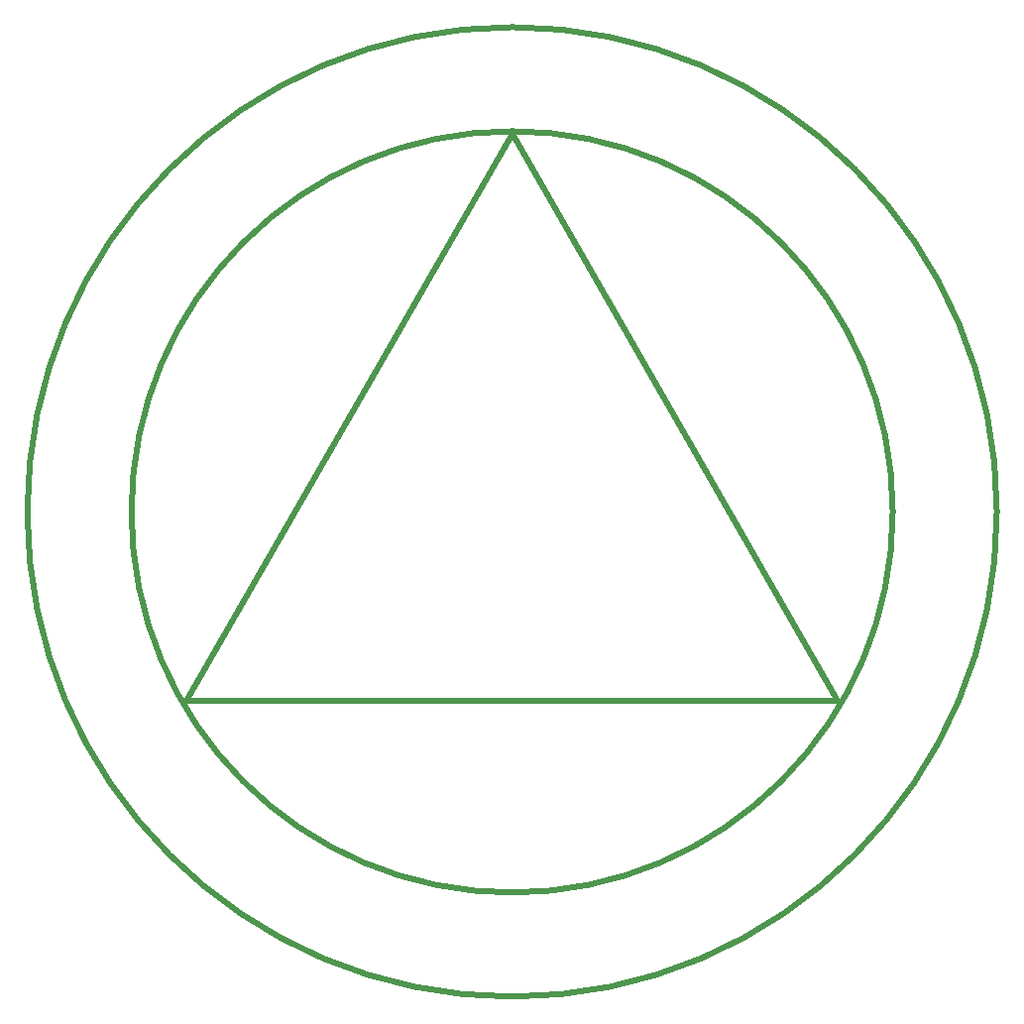
<source format=gbr>
G04 #@! TF.GenerationSoftware,KiCad,Pcbnew,(5.1.5)-3*
G04 #@! TF.CreationDate,2020-06-18T20:37:17+02:00*
G04 #@! TF.ProjectId,psithemius_top,70736974-6865-46d6-9975-735f746f702e,12*
G04 #@! TF.SameCoordinates,Original*
G04 #@! TF.FileFunction,Legend,Top*
G04 #@! TF.FilePolarity,Positive*
%FSLAX46Y46*%
G04 Gerber Fmt 4.6, Leading zero omitted, Abs format (unit mm)*
G04 Created by KiCad (PCBNEW (5.1.5)-3) date 2020-06-18 20:37:17*
%MOMM*%
%LPD*%
G04 APERTURE LIST*
%ADD10C,0.508000*%
G04 APERTURE END LIST*
D10*
X143002000Y-101600000D02*
G75*
G03X143002000Y-101600000I-41402000J0D01*
G01*
X134112000Y-101600000D02*
G75*
G03X134112000Y-101600000I-32512000J0D01*
G01*
X73787000Y-117729000D02*
X101600000Y-69342000D01*
X129413000Y-117729000D02*
X73787000Y-117729000D01*
X101600000Y-69342000D02*
X129413000Y-117729000D01*
M02*

</source>
